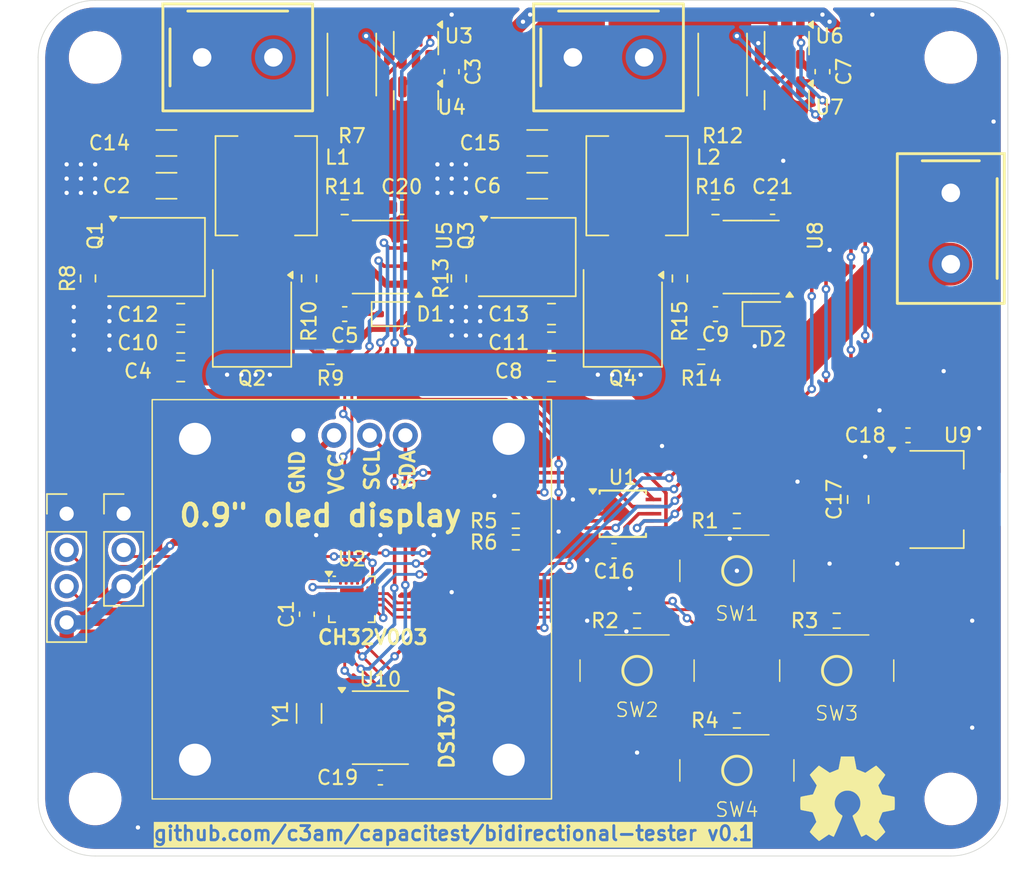
<source format=kicad_pcb>
(kicad_pcb (version 20241229) (generator "pcbnew") (generator_version "9.0")
  (layers (0 "F.Cu" signal) (2 "B.Cu" signal) (13 "F.Paste" user) (15 "B.Paste" user) (5 "F.SilkS" user "F.Silkscreen") (7 "B.SilkS" user "B.Silkscreen") (1 "F.Mask" user) (3 "B.Mask" user) (25 "Edge.Cuts" user))
  (net 0 "")
  (net 1 "+5V")
  (net 2 "GND")
  (net 3 "Net-(U3--)")
  (net 4 "/bat+")
  (net 5 "Net-(D1-K)")
  (net 6 "/bidirectional-buck-boost-1/mid")
  (net 7 "Net-(U6--)")
  (net 8 "Net-(D2-K)")
  (net 9 "/bidirectional-buck-boost-2/mid")
  (net 10 "/swio")
  (net 11 "/urx")
  (net 12 "/utx")
  (net 13 "/scl")
  (net 14 "/sda")
  (net 15 "/bidirectional-buck-boost-1/mos-L")
  (net 16 "/bidirectional-buck-boost-1/mos-H")
  (net 17 "/bidirectional-buck-boost-2/mos-L")
  (net 18 "/bidirectional-buck-boost-2/mos-H")
  (net 19 "/sw1")
  (net 20 "/sw2")
  (net 21 "/sw3")
  (net 22 "/sw4")
  (net 23 "/BATsense")
  (net 24 "Net-(U5-HO)")
  (net 25 "Net-(U5-LO)")
  (net 26 "Net-(U8-HO)")
  (net 27 "Net-(U8-LO)")
  (net 28 "/cell-1")
  (net 30 "/cell-2")
  (net 31 "/Isense1")
  (net 33 "/Isense2")
  (net 37 "Net-(U3-REF)")
  (net 38 "/L1")
  (net 39 "/H1")
  (net 40 "Net-(U6-REF)")
  (net 41 "/L2")
  (net 42 "/H2")
  (net 43 "/clk")
  (net 44 "Net-(U10-X2)")
  (net 45 "Net-(U10-X1)")
  (footprint "Capacitor_SMD:C_0805_2012Metric" (layer "F.Cu") (at 102 96 180)
    (property "Reference" "C8")
    (property "Value" "22u")
  )
  (footprint "Capacitor_SMD:C_0603_1608Metric" (layer "F.Cu") (at 121 75 90)
    (property "Reference" "C7")
    (property "Value" "10u")
  )
  (footprint "Resistor_SMD:R_0603_1608Metric" (layer "F.Cu") (at 85 89.5 90)
    (property "Reference" "R10")
    (property "Value" "100")
  )
  (footprint "Resistor_SMD:R_0603_1608Metric" (layer "F.Cu") (at 115 106.5 180)
    (property "Reference" "R1")
    (property "Value" "100k")
  )
  (footprint "Resistor_SMD:R_0603_1608Metric" (layer "F.Cu") (at 113.5 84.5)
    (property "Reference" "R16")
    (property "Value" "100")
  )
  (footprint "Capacitor_SMD:C_1206_3216Metric" (layer "F.Cu") (at 75 80 180)
    (property "Reference" "C14")
    (property "Value" "100u")
  )
  (footprint "Resistor_SMD:R_2512_6332Metric" (layer "F.Cu") (at 88 74.5 -90)
    (property "Reference" "R7")
    (property "Value" "10m")
  )
  (footprint "my-connectors:screw-terminal_5mm_x2" (layer "F.Cu") (at 80 74)
    (property "Reference" "J5" (hide yes))
    (property "Value" "Conn_01x02")
  )
  (footprint "modules:module-oled-0.9inch" (layer "F.Cu") (at 88 112)
    (property "Reference" "J4" (hide yes))
    (property "Value" "Conn_01x04")
  )
  (footprint "Resistor_SMD:R_0603_1608Metric" (layer "F.Cu") (at 122 113.5 180)
    (property "Reference" "R3")
    (property "Value" "100k")
  )
  (footprint "MountingHole:MountingHole_3.2mm_M3" (layer "F.Cu") (at 70 74)
    (property "Reference" "H1" (hide yes))
    (property "Value" "MountingHole")
  )
  (footprint "Capacitor_SMD:C_0603_1608Metric" (layer "F.Cu") (at 113.5 92 180)
    (property "Reference" "C9")
    (property "Value" "10u")
  )
  (footprint "Resistor_SMD:R_0603_1608Metric" (layer "F.Cu") (at 111 89.5 90)
    (property "Reference" "R15")
    (property "Value" "100")
  )
  (footprint "Resistor_SMD:R_2512_6332Metric" (layer "F.Cu") (at 114 74.5 -90)
    (property "Reference" "R12")
    (property "Value" "10m")
  )
  (footprint "Package_TO_SOT_SMD:SOT-23-6" (layer "F.Cu") (at 92.5 73 -90)
    (property "Reference" "U3")
    (property "Value" "INA181")
  )
  (footprint "Capacitor_SMD:C_1206_3216Metric" (layer "F.Cu") (at 101 80 180)
    (property "Reference" "C15")
    (property "Value" "100u")
  )
  (footprint "Connector_PinHeader_2.54mm:PinHeader_1x04_P2.54mm_Vertical" (layer "F.Cu") (at 68 106)
    (property "Reference" "J3" (hide yes))
    (property "Value" "Conn_01x04")
  )
  (footprint "Capacitor_SMD:C_0603_1608Metric" (layer "F.Cu") (at 84.845 113.045 90)
    (property "Reference" "C1")
    (property "Value" "10u")
  )
  (footprint "Package_TO_SOT_SMD:SOT-23" (layer "F.Cu") (at 118.5 77 -90)
    (property "Reference" "U7")
    (property "Value" "REF3020")
  )
  (footprint "Resistor_SMD:R_0603_1608Metric" (layer "F.Cu") (at 115 120.5 180)
    (property "Reference" "R4")
    (property "Value" "100k")
  )
  (footprint "my-connectors:screw-terminal_5mm_x2" (layer "F.Cu") (at 106 74)
    (property "Reference" "J6" (hide yes))
    (property "Value" "Conn_01x02")
  )
  (footprint "my-footprints:switch" (layer "F.Cu") (at 115 110)
    (property "Reference" "SW1")
    (property "Value" "SW_SPST")
  )
  (footprint "Capacitor_SMD:C_0805_2012Metric" (layer "F.Cu") (at 102 94 180)
    (property "Reference" "C11")
    (property "Value" "22u")
  )
  (footprint "Resistor_SMD:R_0603_1608Metric" (layer "F.Cu") (at 87.5 84.5)
    (property "Reference" "R11")
    (property "Value" "100")
  )
  (footprint "Resistor_SMD:R_0603_1608Metric" (layer "F.Cu") (at 112.5 95)
    (property "Reference" "R14")
    (property "Value" "100k")
  )
  (footprint "my-footprints:PQFN-8-EP_6x5mm_P1.27mm_Generic" (layer "F.Cu") (at 100 88)
    (property "Reference" "Q3")
    (property "Value" "Q_NMOS_SGD")
  )
  (footprint "my-footprints:PQFN-8-EP_6x5mm_P1.27mm_Generic" (layer "F.Cu") (at 74 88)
    (property "Reference" "Q1")
    (property "Value" "Q_NMOS_SGD")
  )
  (footprint "Capacitor_SMD:C_0805_2012Metric" (layer "F.Cu") (at 102 92 180)
    (property "Reference" "C13")
    (property "Value" "22u")
  )
  (footprint "Diode_SMD:D_SOD-323" (layer "F.Cu") (at 117 92)
    (property "Reference" "D2")
    (property "Value" "1N4148WS")
  )
  (footprint "Capacitor_SMD:C_0805_2012Metric" (layer "F.Cu") (at 123.5 105 90)
    (property "Reference" "C17")
    (property "Value" "10u")
  )
  (footprint "Capacitor_SMD:C_0805_2012Metric" (layer "F.Cu") (at 76 92 180)
    (property "Reference" "C12")
    (property "Value" "22u")
  )
  (footprint "Capacitor_SMD:C_0805_2012Metric" (layer "F.Cu") (at 76 96 180)
    (property "Reference" "C4")
    (property "Value" "22u")
  )
  (footprint "Resistor_SMD:R_0603_1608Metric" (layer "F.Cu") (at 108 113.5 180)
    (property "Reference" "R2")
    (property "Value" "100k")
  )
  (footprint "Capacitor_SMD:C_0805_2012Metric" (layer "F.Cu") (at 76 94 180)
    (property "Reference" "C10")
    (property "Value" "22u")
  )
  (footprint "MountingHole:MountingHole_3.2mm_M3" (layer "F.Cu") (at 130 74)
    (property "Reference" "H2" (hide yes))
    (property "Value" "MountingHole")
  )
  (footprint "Package_TO_SOT_SMD:SOT-223-3_TabPin2" (layer "F.Cu") (at 129 105)
    (property "Reference" "U9")
    (property "Value" "AMS1117-5.0")
  )
  (footprint "Capacitor_SMD:C_0603_1608Metric" (layer "F.Cu") (at 91.5 84.5)
    (property "Reference" "C20")
    (property "Value" "10u")
  )
  (footprint "Capacitor_SMD:C_0603_1608Metric" (layer "F.Cu") (at 106.385 108.605 180)
    (property "Reference" "C16")
    (property "Value" "10u")
  )
  (footprint "Resistor_SMD:R_0603_1608Metric" (layer "F.Cu") (at 69.5 89.5 90)
    (property "Reference" "R8")
    (property "Value" "100k")
  )
  (footprint "Package_TO_SOT_SMD:SOT-23" (layer "F.Cu") (at 92.5 77 -90)
    (property "Reference" "U4")
    (property "Value" "REF3020")
  )
  (footprint "MountingHole:MountingHole_3.2mm_M3" (layer "F.Cu") (at 70 126)
    (property "Reference" "H3" (hide yes))
    (property "Value" "MountingHole")
  )
  (footprint "Package_TO_SOT_SMD:SOT-23-6" (layer "F.Cu") (at 118.5 73 -90)
    (property "Reference" "U6")
    (property "Value" "INA181")
  )
  (footprint "Capacitor_SMD:C_1206_3216Metric" (layer "F.Cu") (at 101 83 180)
    (property "Reference" "C6")
    (property "Value" "100u")
  )
  (footprint "Capacitor_SMD:C_1206_3216Metric" (layer "F.Cu") (at 75 83 180)
    (property "Reference" "C2")
    (property "Value" "100u")
  )
  (footprint "my-footprints:PQFN-8-EP_6x5mm_P1.27mm_Generic" (layer "F.Cu") (at 81 92 -90)
    (property "Reference" "Q2")
    (property "Value" "Q_NMOS_SGD")
  )
  (footprint "Package_SO:SOIC-8_3.9x4.9mm_P1.27mm" (layer "F.Cu") (at 90 88 180)
    (property "Reference" "U5")
    (property "Value" "IR2101")
  )
  (footprint "my-footprints:PQFN-8-EP_6x5mm_P1.27mm_Generic" (layer "F.Cu") (at 107 92 -90)
    (property "Reference" "Q4")
    (property "Value" "Q_NMOS_SGD")
  )
  (footprint "my-connectors:screw-terminal_5mm_x2" (layer "F.Cu") (at 130 86 -90)
    (property "Reference" "J1" (hide yes))
    (property "Value" "Conn_01x02")
  )
  (footprint "Resistor_SMD:R_0603_1608Metric" (layer "F.Cu") (at 99.5 108.01)
    (property "Reference" "R6")
    (property "Value" "100k")
  )
  (footprint "Inductor_SMD:L_Changjiang_FXL0630" (layer "F.Cu") (at 82 83 -90)
    (property "Reference" "L1")
    (property "Value" "1u")
  )
  (footprint "Package_SO:SOIC-8_3.9x4.9mm_P1.27mm" (layer "F.Cu") (at 116 88 180)
    (property "Reference" "U8")
    (property "Value" "IR2101")
  )
  (footprint "my-footprints:switch" (layer "F.Cu") (at 122 117)
    (property "Reference" "SW3")
    (property "Value" "SW_SPST")
  )
  (footprint "Crystal:Crystal_SMD_3215-2Pin_3.2x1.5mm" (layer "F.Cu") (at 85 120 90)
    (property "Reference" "Y1")
    (property "Value" "Crystal")
  )
  (footprint "Inductor_SMD:L_Changjiang_FXL0630" (layer "F.Cu") (at 108 83 -90)
    (property "Reference" "L2")
    (property "Value" "1u")
  )
  (footprint "Symbol:OSHW-Symbol_6.7x6mm_SilkScreen" (layer "F.Cu") (at 122.75 126)
    (property "Reference" "REF**" (hide yes))
    (property "Value" "OSHW-Symbol_6.7x6mm_SilkScreen" (hide yes))
  )
  (footprint "Resistor_SMD:R_0603_1608Metric" (layer "F.Cu") (at 86.5 95)
    (property "Reference" "R9")
    (property "Value" "100k")
  )
  (footprint "MountingHole:MountingHole_3.2mm_M3" (layer "F.Cu") (at 130 126)
    (property "Reference" "H4" (hide yes))
    (property "Value" "MountingHole")
  )
  (footprint "Capacitor_SMD:C_0603_1608Metric" (layer "F.Cu") (at 117.5 84.5)
    (property "Reference" "C21")
    (property "Value" "10u")
  )
  (footprint "Resistor_SMD:R_0603_1608Metric" (layer "F.Cu") (at 99.5 106.5)
    (property "Reference" "R5")
    (property "Value" "300k")
  )
  (footprint "Diode_SMD:D_SOD-323" (layer "F.Cu") (at 91 92)
    (property "Reference" "D1")
    (property "Value" "1N4148WS")
  )
  (footprint "Resistor_SMD:R_0603_1608Metric" (layer "F.Cu") (at 95.5 89.5 90)
    (property "Reference" "R13")
    (property "Value" "100k")
  )
  (footprint "Package_SO:SOIC-8_3.9x4.9mm_P1.27mm" (layer "F.Cu") (at 90 121)
    (property "Reference" "U10")
    (property "Value" "DS1307Z+")
  )
  (footprint "Package_DFN_QFN:QFN-20-1EP_3x3mm_P0.4mm_EP1.65x1.65mm" (layer "F.Cu") (at 88 112)
    (property "Reference" "U2")
    (property "Value" "CH32V003FxUx")
  )
  (footprint "Capacitor_SMD:C_0603_1608Metric" (layer "F.Cu") (at 90 124.5 180)
    (property "Reference" "C19")
    (property "Value" "10u")
  )
  (footprint "Capacitor_SMD:C_0603_1608Metric" (layer "F.Cu") (at 127 100.5 180)
    (property "Reference" "C18")
    (property "Value" "10u")
  )
  (footprint "Package_SO:TSSOP-10_3x3mm_P0.5mm" (layer "F.Cu") (at 107 106)
    (property "Reference" "U1")
    (property "Value" "ADS1115IDGS")
  )
  (footprint "Capacitor_SMD:C_0603_1608Metric" (layer "F.Cu") (at 95 75 90)
    (property "Reference" "C3")
    (property "Value" "10u")
  )
  (footprint "my-footprints:switch" (layer "F.Cu") (at 115 124)
    (property "Reference" "SW4")
    (property "Value" "SW_SPST")
  )
  (footprint "my-footprints:switch" (layer "F.Cu") (at 108 117)
    (property "Reference" "SW2")
    (property "Value" "SW_SPST")
  )
  (footprint "Connector_PinHeader_2.54mm:PinHeader_1x03_P2.54mm_Vertical" (layer "F.Cu") (at 72 106)
    (property "Reference" "J2" (hide yes))
    (property "Value" "Conn_01x03")
  )
  (footprint "Capacitor_SMD:C_0603_1608Metric" (layer "F.Cu") (at 87.5 92 180)
    (property "Reference" "C5")
    (property "Value" "10u")
  )
  (gr_arc (start 134 126) (mid 132.828427 128.828427) (end 130 130) (stroke (width 0.05)) (layer "Edge.Cuts"))
  (gr_line (start 130 130) (end 70 130) (stroke (width 0.05)) (layer "Edge.Cuts"))
  (gr_line (start 130 70) (end 70 70) (stroke (width 0.05)) (layer "Edge.Cuts"))
  (gr_line (start 134 126) (end 134 74) (stroke (width 0.05)) (layer "Edge.Cuts"))
  (gr_arc (start 70 130) (mid 67.171573 128.828427) (end 66 126) (stroke (width 0.05)) (layer "Edge.Cuts"))
  (gr_arc (start 130 70) (mid 132.828427 71.171573) (end 134 74) (stroke (width 0.05)) (layer "Edge.Cuts"))
  (gr_arc (start 66 74) (mid 67.171573 71.171573) (end 70 70) (stroke (width 0.05)) (layer "Edge.Cuts"))
  (gr_line (start 66 74) (end 66 126) (stroke (width 0.05)) (layer "Edge.Cuts"))
  (gr_text "github.com/c3am/capacitest/bidirectional-tester v0.1" (at 74 129 0) (layer "F.SilkS" knockout) (effects (font (size 1 1) (thickness 0.2) (bold yes)) (justify left bottom)))
  (gr_text "CH32V003" (at 85.5 115.25 0) (layer "F.SilkS") (effects (font (size 1 1) (thickness 0.2) (bold yes)) (justify left bottom)))
  (gr_text "DS1307" (at 95.25 124 90) (layer "F.SilkS") (effects (font (size 1 1) (thickness 0.2) (bold yes)) (justify left bottom)))
  (segment (start 119.201 107.451) (end 117 105.25) (width 0.5) (layer "F.Cu") (net 1))
  (segment (start 125 118.5) (end 128 118.5) (width 0.5) (layer "F.Cu") (net 1))
  (segment (start 90.775 127.975) (end 90.75 128) (width 0.5) (layer "F.Cu") (net 1))
  (segment (start 128 120.75) (end 128 118.5) (width 1) (layer "F.Cu") (net 1))
  (segment (start 125.85 105) (end 128 105) (width 1) (layer "F.Cu") (net 1))
  (segment (start 93.45 74.1375) (end 93.45 74.225) (width 0.5) (layer "F.Cu") (net 1))
  (segment (start 121.225 75.775) (end 123.5 73.5) (width 0.5) (layer "F.Cu") (net 1))
  (segment (start 105 118.5) (end 105 128) (width 0.5) (layer "F.Cu") (net 1))
  (segment (start 132.201 82.201) (end 132.201 96.074) (width 1) (layer "F.Cu") (net 1))
  (segment (start 118 111.5) (end 128 111.5) (width 0.5) (layer "F.Cu") (net 1))
  (segment (start 94 120.0609) (end 94 123.2091) (width 0.5) (layer "F.Cu") (net 1))
  (segment (start 118 125.5) (end 118 128) (width 0.5) (layer "F.Cu") (net 1))
  (segment (start 92.7091 124.5) (end 90.775 124.5) (width 0.5) (layer "F.Cu") (net 1))
  (segment (start 127.775 104.775) (end 128 105) (width 1) (layer "F.Cu") (net 1))
  (segment (start 75.75 128) (end 90.75 128) (width 1) (layer "F.Cu") (net 1))
  (segment (start 68 113.62) (end 68 120.25) (width 1) (layer "F.Cu") (net 1))
  (segment (start 94 123.2091) (end 92.7091 124.5) (width 0.5) (layer "F.Cu") (net 1))
  (segment (start 128 105) (end 132.15 105) (width 1) (layer "F.Cu") (net 1))
  (segment (start 119.7375 75.775) (end 119.45 76.0625) (width 0.5) (layer "F.Cu") (net 1))
  (segment (start 84.645 113.62) (end 84.845 113.82) (width 0.5) (layer "F.Cu") (net 1))
  (segment (start 68 120.25) (end 75.75 128) (width 1) (layer "F.Cu") (net 1))
  (segment (start 75.25 108.25) (end 75.5 108) (width 0.5) (layer "F.Cu") (net 1))
  (segment (start 92.475 119.095) (end 93.0341 119.095) (width 0.5) (layer "F.Cu") (net 1))
  (segment (start 132.201 96.074) (end 127.775 100.5) (width 1) (layer "F.Cu") (net 1))
  (segment (start 100.5 71) (end 95.725 75.775) (width 1) (layer "F.Cu") (net 1))
  (segment (start 117 105.25) (end 112.477 105.25) (width 0.5) (layer "F.Cu") (net 1))
  (segment (start 112 111.5) (end 118 111.5) (width 0.5) (layer "F.Cu") (net 1))
  (segment (start 109.122 108.605) (end 107.16 108.605) (width 0.5) (layer "F.Cu") (net 1))
  (segment (start 120.75 128) (end 128 120.75) (width 1) (layer "F.Cu") (net 1))
  (segment (start 105 128) (end 118 128) (width 1) (layer "F.Cu") (net 1))
  (segment (start 93.0341 119.095) (end 94 120.0609) (width 0.5) (layer "F.Cu") (net 1))
  (segment (start 125 118.5) (end 119 118.5) (width 0.5) (layer "F.Cu") (net 1))
  (segment (start 90.75 128) (end 105 128) (width 1) (layer "F.Cu") (net 1))
  (segment (start 93.7375 75.775) (end 93.45 76.0625) (width 0.5) (layer "F.Cu") (net 1))
  (segment (start 95 75.775) (end 95.725 75.775) (width 1) (layer "F.Cu") (net 1))
  (segment (start 79.25 108) (end 86.75 100.5) (width 0.5) (layer "F.Cu") (net 1))
  (segment (start 93.45 74.225) (end 95 75.775) (width 0.5) (layer "F.Cu") (net 1))
  (segment (start 128 111.5) (end 128 105) (width 1) (layer "F.Cu") (net 1))
  (segment (start 90.775 124.5) (end 90.775 127.975) (width 0.5) (layer "F.Cu") (net 1))
  (segment (start 108.114702 106) (end 107.16 106.954702) (width 0.25) (layer "F.Cu") (net 1))
  (segment (start 123.5 73.5) (end 132.201 82.201) (width 1) (layer "F.Cu") (net 1))
  (segment (start 85.215 113.45) (end 84.845 113.82) (width 0.2) (layer "F.Cu") (net 1))
  (segment (start 118 128) (end 120.75 128) (width 1) (layer "F.Cu") (net 1))
  (segment (start 87.2 113.45) (end 85.215 113.45) (width 0.2) (layer "F.Cu") (net 1))
  (segment (start 107.16 106.954702) (end 107.16 108.605) (width 0.25) (layer "F.Cu") (net 1))
  (segment (start 121 75.775) (end 121.225 75.775) (width 0.5) (layer "F.Cu") (net 1))
  (segment (start 112 125.5) (end 118 125.5) (width 0.5) (layer "F.Cu") (net 1))
  (segment (start 121 75.775) (end 119.7375 75.775) (width 0.5) (layer "F.Cu") (net 1))
  (segment (start 112.477 105.25) (end 109.122 108.605) (width 0.5) (layer "F.Cu") (net 1))
  (segment (start 119.45 74.1375) (end 119.45 74.225) (width 0.5) (layer "F.Cu") (net 1))
  (segment (start 128 118.5) (end 128 111.5) (width 1) (layer "F.Cu") (net 1))
  (segment (start 119.201 111.5) (end 119.201 107.451) (width 0.5) (layer "F.Cu") (net 1))
  (segment (start 121 71) (end 123.5 73.5) (width 1) (layer "F.Cu") (net 1))
  (segment (start 127.775 100.5) (end 127.775 104.775) (width 1) (layer "F.Cu") (net 1))
  (segment (start 95 75.775) (end 93.7375 75.775) (width 0.5) (layer "F.Cu") (net 1))
  (segment (start 68 113.62) (end 84.645 113.62) (width 0.5) (layer "F.Cu") (net 1))
  (segment (start 75.5 108) (end 79.25 108) (width 0.5) (layer "F.Cu") (net 1))
  (segment (start 109.15 106) (end 108.114702 106) (width 0.25) (layer "F.Cu") (net 1))
  (segment (start 111 118.5) (end 105 118.5) (width 0.5) (layer "F.Cu") (net 1))
  (segment (start 119.45 74.225) (end 121 75.775) (width 0.5) (layer "F.Cu") (net 1))
  (via (at 121.5 71.5) (size 0.6) (drill 0.3) (layers "F.Cu" "B.Cu") (net 1))
  (via (at 75.25 108.25) (size 0.6) (drill 0.3) (layers "F.Cu" "B.Cu") (net 1))
  (via (at 100 71.5) (size 0.6) (drill 0.3) (layers "F.Cu" "B.Cu") (net 1))
  (via (at 100.5 71) (size 0.6) (drill 0.3) (layers "F.Cu" "B.Cu") (net 1))
  (via (at 121 71) (size 0.6) (drill 0.3) (layers "F.Cu" "B.Cu") (net 1))
  (segment (start 72.42 111.08) (end 72 111.08) (width 0.5) (layer "B.Cu") (net 1))
  (segment (start 100.5 71) (end 121 71) (width 1) (layer "B.Cu") (net 1))
  (segment (start 121.5 71.5) (end 121 71) (width 1) (layer "B.Cu") (net 1))
  (segment (start 100 71.5) (end 100.5 71) (width 1) (layer "B.Cu") (net 1))
  (segment (start 75.25 108.25) (end 72.42 111.08) (width 0.5) (layer "B.Cu") (net 1))
  (segment (start 68 113.62) (end 69.46 113.62) (width 1) (layer "B.Cu") (net 1))
  (segment (start 69.46 113.62) (end 72 111.08) (width 1) (layer "B.Cu") (net 1))
  (segment (start 87.6 112.4) (end 88 112) (width 0.2) (layer "F.Cu") (net 2))
  (segment (start 86.55 112.4) (end 87.6 112.4) (width 0.2) (layer "F.Cu") (net 2))
  (segment (start 84.975 112.4) (end 84.845 112.27) (width 0.2) (layer "F.Cu") (net 2))
  (segment (start 86.55 112.4) (end 84.975 112.4) (width 0.2) (layer "F.Cu") (net 2))
  (via (at 69 83.5) (size 0.6) (drill 0.3) (layers "F.Cu" "B.Cu") (net 2))
  (via (at 115 110) (size 0.6) (drill 0.3) (layers "F.Cu" "B.Cu") (net 2))
  (via (at 96 92.5) (size 0.6) (drill 0.3) (layers "F.Cu" "B.Cu") (net 2))
  (via (at 68.5 93.5) (size 0.6) (drill 0.3) (layers "F.Cu" "B.Cu") (net 2))
  (via (at 102.5 107.25) (size 0.6) (drill 0.3) (layers "F.Cu" "B.Cu") (net 2))
  (via (at 68.5 92.5) (size 0.6) (drill 0.3) (layers "F.Cu" "B.Cu") (net 2))
  (via (at 71 91.5) (size 0.6) (drill 0.3) (layers "F.Cu" "B.Cu") (net 2))
  (via (at 109.75 101.25) (size 0.6) (drill 0.3) (layers "F.Cu" "B.Cu") (net 2))
  (via (at 94 81.5) (size 0.6) (drill 0.3) (layers "F.Cu" "B.Cu") (net 2))
  (via (at 107.25 114.25) (size 0.6) (drill 0.3) (layers "F.Cu" "B.Cu") (net 2))
  (via (at 68.5 91.5) (size 0.6) (drill 0.3) (layers "F.Cu" "B.Cu") (net 2))
  (via (at 69 81.5) (size 0.6) (drill 0.3) (layers "F.Cu" "B.Cu") (net 2))
  (via (at 71 93.5) (size 0.6) (drill 0.3) (layers "F.Cu" "B.Cu") (net 2))
  (via (at 95 111.5) (size 0.6) (drill 0.3) (layers "F.Cu" "B.Cu") (net 2))
  (via (at 131.5 121) (size 0.6) (drill 0.3) (layers "F.Cu" "B.Cu") (net 2))
  (via (at 71 94.5) (size 0.6) (drill 0.3) (layers "F.Cu" "B.Cu") (net 2))
  (via (at 126.25 109.5) (size 0.6) (drill 0.3) (layers "F.Cu" "B.Cu") (net 2))
  (via (at 124 102) (size 0.6) (drill 0.3) (layers "F.Cu" "B.Cu") (net 2))
  (via (at 121.5 109.5) (size 0.6) (drill 0.3) (layers "F.Cu" "B.Cu") (net 2))
  (via (at 95 92.5) (size 0.6) (drill 0.3) (layers "F.Cu" "B.Cu") (net 2))
  (via (at 97 91.5) (size 0.6) (drill 0.3) (layers "F.Cu" "B.Cu") (net 2))
  (via (at 95 82.5) (size 0.6) (drill 0.3) (layers "F.Cu" "B.Cu") (net 2))
  (via (at 93.75 107.5) (size 0.6) (drill 0.3) (layers "F.Cu" "B.Cu") (net 2))
  (via (at 85.5 107.5) (size 0.6) (drill 0.3) (layers "F.Cu" "B.Cu") (net 2))
  (via (at 96 93.5) (size 0.6) (drill 0.3) (layers "F.Cu" "B.Cu") (net 2))
  (via (at 103.5 105) (size 0.6) (drill 0.3) (layers "F.Cu" "B.Cu") (net 2))
  (via (at 94 83.5) (size 0.6) (drill 0.3) (layers "F.Cu" "B.Cu") (net 2))
  (via (at 118.25 81.25) (size 0.6) (drill 0.3) (layers "F.Cu" "B.Cu") (net 2))
  (via (at 95 83.5) (size 0.6) (drill 0.3) (layers "F.Cu" "B.Cu") (net 2))
  (via (at 68 81.5) (size 0.6) (drill 0.3) (layers "F.Cu" "B.Cu") (net 2))
  (via (at 70 82.5) (size 0.6) (drill 0.3) (layers "F.Cu" "B.Cu") (net 2))
  (via (at 90 107.5) (size 0.6) (drill 0.3) (layers "F.Cu" "B.Cu") (net 2))
  (via (at 129.5 96) (size 0.6) (drill 0.3) (layers "F.Cu" "B.Cu") (net 2))
  (via (at 95 91.5) (size 0.6) (drill 0.3) (layers "F.Cu" "B.Cu") (net 2))
  (via (at 131.5 113.5) (size 0.6) (drill 0.3) (layers "F.Cu" "B.Cu") (net 2))
  (via (at 73 128) (size 0.6) (drill 0.3) (layers "F.Cu" "B.Cu") (net 2))
  (via (at 96 91.5) (size 0.6) (drill 0.3) (layers "F.Cu" "B.Cu") (net 2))
  (via (at 71 92.5) (size 0.6) (drill 0.3) (layers "F.Cu" "B.Cu") (net 2))
  (via (at 133 78.5) (size 0.6) (drill 0.3) (layers "F.Cu" "B.Cu") (net 2))
  (via (at 116.5 73) (size 0.6) (drill 0.3) (layers "F.Cu" "B.Cu") (net 2))
  (via (at 68 83.5) (size 0.6) (drill 0.3) (layers "F.Cu" "B.Cu") (net 2))
  (via (at 125 98.75) (size 0.6) (drill 0.3) (layers "F.Cu" "B.Cu") (net 2))
  (via (at 121.5 87.5) (size 0.6) (drill 0.3) (layers "F.Cu" "B.Cu") (net 2))
  (via (at 69 82.5) (size 0.6) (drill 0.3) (layers "F.Cu" "B.Cu") (net 2))
  (via (at 94 82.5) (size 0.6) (drill 0.3) (layers "F.Cu" "B.Cu") (net 2))
  (via (at 104.5 113.5) (size 0.6) (drill 0.3) (layers "F.Cu" "B.Cu") (net 2))
  (via (at 108 122.75) (size 0.6) (drill 0.3) (layers "F.Cu" "B.Cu") (net 2))
  (via (at 68.5 94.5) (size 0.6) (drill 0.3) (layers "F.Cu" "B.Cu") (net 2))
  (via (at 119.25 103.75) (size 0.6) (drill 0.3) (layers "F.Cu" "B.Cu") (net 2))
  (via (at 98 104.75) (size 0.6) (drill 0.3) (layers "F.Cu" "B.Cu") (net 2))
  (via (at 132 100) (size 0.6) (drill 0.3) (layers "F.Cu" "B.Cu") (net 2))
  (via (at 96 83.5) (size 0.6) (drill 0.3) (layers "F.Cu" "B.Cu") (net 2))
  (via (at 97 92.5) (size 0.6) (drill 0.3) (layers "F.Cu" "B.Cu") (net 2))
  (via (at 104.5 109.25) (size 0.6) (drill 0.3) (layers "F.Cu" "B.Cu") (net 2))
  (via (at 114.5 107.75) (size 0.6) (drill 0.3) (layers "F.Cu" "B.Cu") (net 2))
  (via (at 107.5 111.25) (size 0.6) (drill 0.3) (layers "F.Cu" "B.Cu") (net 2))
  (via (at 124.5 71) (size 0.6) (drill 0.3) (layers "F.Cu" "B.Cu") (net 2))
  (via (at 95 93.5) (size 0.6) (drill 0.3) (layers "F.Cu" "B.Cu") (net 2))
  (via (at 70 81.5) (size 0.6) (drill 0.3) (layers "F.Cu" "B.Cu") (net 2))
  (via (at 96 82.5) (size 0.6) (drill 0.3) (layers "F.Cu" "B.Cu") (net 2))
  (via (at 116.25 94.25) (size 0.6) (drill 0.3) (layers "F.Cu" "B.Cu") (net 2))
  (via (at 97 93.5) (size 0.6) (drill 0.3) (layers "F.Cu" "B.Cu") (net 2))
  (via (at 68 82.5) (size 0.6) (drill 0.3) (layers "F.Cu" "B.Cu") (net 2))
  (via (at 95 71) (size 0.6) (drill 0.3) (layers "F.Cu" "B.Cu") (net 2))
  (via (at 70 83.5) (size 0.6) (drill 0.3) (layers "F.Cu" "B.Cu") (net 2))
  (via (at 96 81.5) (size 0.6) (drill 0.3) (layers "F.Cu" "B.Cu") (net 2))
  (via (at 95 81.5) (size 0.6) (drill 0.3) (layers "F.Cu" "B.Cu") (net 2))
  (segment (start 91.55 74.1375) (end 88.225 77.4625) (width 0.25) (layer "F.Cu") (net 3))
  (segment (start 88.225 77.4625) (end 88 77.4625) (width 0.25) (layer "F.Cu") (net 3))
  (segment (start 100.675 104.5) (end 101.5 104.5) (width 0.25) (layer "F.Cu") (net 4))
  (segment (start 92.475 91.575) (end 92.05 92) (width 0.5) (layer "F.Cu") (net 4))
  (segment (start 87.325 95) (end 86.325 96) (width 0.5) (layer "F.Cu") (net 4))
  (segment (start 109.5 97.5) (end 113.5 97.5) (width 3) (layer "F.Cu") (net 4))
  (segment (start 121.95907 105.79093) (end 121.95907 99.20907) (width 1) (layer "F.Cu") (net 4))
  (segment (start 125.001 96.16714) (end 125.001 93.001) (width 1) (layer "F.Cu") (net 4))
  (segment (start 124.85 107.3) (end 125.85 107.3) (width 1) (layer "F.Cu") (net 4))
  (segment (start 113.325 97.325) (end 113.5 97.5) (width 0.5) (layer "F.Cu") (net 4))
  (segment (start 105.25 96.25) (end 108.25 96.25) (width 3) (layer "F.Cu") (net 4))
  (segment (start 125.001 93.001) (end 123.25 91.25) (width 1) (layer "F.Cu") (net 4))
  (segment (start 108.25 96.25) (end 109.5 97.5) (width 3) (layer "F.Cu") (net 4))
  (segment (start 118.05 92) (end 120.25 94.2) (width 0.5) (layer "F.Cu") (net 4))
  (segment (start 98.675 106.5) (end 100.675 104.5) (width 0.25) (layer "F.Cu") (net 4))
  (segment (start 90.405 89.905) (end 92.475 89.905) (width 0.5) (layer "F.Cu") (net 4))
  (segment (start 116.725 84.5) (end 116.725 89.129999) (width 0.5) (layer "F.Cu") (net 4))
  (segment (start 120.25 94.2) (end 120.25 94.25) (width 0.5) (layer "F.Cu") (net 4))
  (segment (start 118.475 89.905) (end 118.475 91.575) (width 0.5) (layer "F.Cu") (net 4))
  (segment (start 122.11814 105.95) (end 121.95907 105.79093) (width 1) (layer "F.Cu") (net 4))
  (segment (start 118.475 91.575) (end 118.05 92) (width 0.5) (layer "F.Cu") (net 4))
  (segment (start 123.25 91.25) (end 126 88.5) (width 3) (layer "F.Cu") (net 4))
  (segment (start 89 86.225) (end 89 88.5) (width 0.5) (layer "F.Cu") (net 4))
  (segment (start 92.475 89.905) (end 92.475 91.575) (width 0.5) (layer "F.Cu") (net 4))
  (segment (start 89 88.5) (end 90.405 89.905) (width 0.5) (layer "F.Cu") (net 4))
  (segment (start 91.05 93) (end 89.325 93) (width 0.5) (layer "F.Cu") (net 4))
  (segment (start 123.5 105.95) (end 124.85 107.3) (width 1) (layer "F.Cu") (net 4))
  (segment (start 120.25 94.25) (end 123.25 91.25) (width 3) (layer "F.Cu") (net 4))
  (segment (start 113.5 97.5) (end 117 97.5) (width 3) (layer "F.Cu") (net 4))
  (segment (start 86.325 96) (end 83.5 96) (width 0.5) (layer "F.Cu") (net 4))
  (segment (start 89.325 93) (end 87.325 95) (width 0.5) (layer "F.Cu") (net 4))
  (segment (start 123.5 105.95) (end 122.11814 105.95) (width 1) (layer "F.Cu") (net 4))
  (segment (start 116.725 89.129999) (end 117.500001 89.905) (width 0.5) (layer "F.Cu") (net 4))
  (segment (start 126 88.5) (end 130 88.5) (width 3) (layer "F.Cu") (net 4))
  (segment (start 121.95907 99.20907) (end 125.001 96.16714) (width 1) (layer "F.Cu") (net 4))
  (segment (start 90.725 84.5) (end 89 86.225) (width 0.5) (layer "F.Cu") (net 4))
  (segment (start 117 97.5) (end 120.25 94.25) (width 3) (layer "F.Cu") (net 4))
  (segment (start 113.325 95) (end 113.325 97.325) (width 0.5) (layer "F.Cu") (net 4))
  (segment (start 117.500001 89.905) (end 118.475 89.905) (width 0.5) (layer "F.Cu") (net 4))
  (segment (start 92.05 92) (end 91.05 93) (width 0.5) (layer "F.Cu") (net 4))
  (via (at 82.25 96.25) (size 0.6) (drill 0.3) (layers "F.Cu" "B.Cu") (net 4))
  (via (at 81.25 96.25) (size 0.6) (drill 0.3) (layers "F.Cu" "B.Cu") (net 4))
  (via (at 106.25 96.25) (size 0.6) (drill 0.3) (layers "F.Cu" "B.Cu") (net 4))
  (via (at 108.25 96.25) (size 0.6) (drill 0.3) (layers "F.Cu" "B.Cu") (net 4))
  (via (at 101.5 104.5) (size 0.6) (drill 0.3) (layers "F.Cu" "B.Cu") (net 4))
  (via (at 105.25 96.25) (size 0.6) (drill 0.3) (layers "F.Cu" "B.Cu") (net 4))
  (via (at 79.25 96.25) (size 0.6) (drill 0.3) (layers "F.Cu" "B.Cu") (net 4))
  (via (at 80.25 96.25) (size 0.6) (drill 0.3) (layers "F.Cu" "B.Cu") (net 4))
  (via (at 107.25 96.25) (size 0.6) (drill 0.3) (layers "F.Cu" "B.Cu") (net 4))
  (segment (start 101.5 96.25) (end 108.25 96.25) (width 3) (layer "B.Cu") (net 4))
  (segment (start 101.5 104.5) (end 101.5 96.25) (width 0.25) (layer "B.Cu") (net 4))
  (segment (start 79.25 96.25) (end 101.5 96.25) (width 3) (layer "B.Cu") (net 4))
  (segment (start 88.275 90.655) (end 87.525 89.905) (width 0.25) (layer "F.Cu") (net 5))
  (segment (start 89.95 92) (end 88.275 92) (width 0.25) (layer "F.Cu") (net 5))
  (segment (start 88.275 92) (end 88.275 90.655) (width 0.25) (layer "F.Cu") (net 5))
  (segment (start 86.725 92) (end 86.725 90.825582) (width 0.25) (layer "F.Cu") (net 6))
  (segment (start 86.725 90.825582) (end 85.399418 89.5) (width 0.25) (layer "F.Cu") (net 6))
  (segment (start 87.525 87.365) (end 84.365 87.365) (width 0.5) (layer "F.Cu") (net 6))
  (segment (start 85.399418 89.5) (end 85 89.5) (width 0.25) (layer "F.Cu") (net 6))
  (segment (start 117.55 74.1375) (end 114.225 77.4625) (width 0.25) (layer "F.Cu") (net 7))
  (segment (start 114.225 77.4625) (end 114 77.4625) (width 0.25) (layer "F.Cu") (net 7))
  (segment (start 115.95 92) (end 114.275 92) (width 0.25) (layer "F.Cu") (net 8))
  (segment (start 114.275 92) (end 114.275 90.655) (width 0.25) (layer "F.Cu") (net 8))
  (segment (start 114.275 90.655) (end 113.525 89.905) (width 0.25) (layer "F.Cu") (net 8))
  (segment (start 113.525 87.365) (end 111.135 87.365) (width 0.5) (layer "F.Cu") (net 9))
  (segment (start 112.725 90.825582) (end 111.399418 89.5) (width 0.25) (layer "F.Cu") (net 9))
  (segment (start 111.399418 89.5) (end 111 89.5) (width 0.25) (layer "F.Cu") (net 9))
  (segment (start 112.725 92) (end 112.725 90.825582) (width 0.25) (layer "F.Cu") (net 9))
  (segment (start 72.46 109) (end 72 108.54) (width 0.2) (layer "F.Cu") (net 10))
  (segment (start 86.75 109) (end 72.46 109) (width 0.2) (layer "F.Cu") (net 10))
  (segment (start 89.45 109.45) (end 89.45 111.2) (width 0.2) (layer "F.Cu") (net 10))
  (via (at 86.75 109) (size 0.6) (drill 0.3) (layers "F.Cu" "B.Cu") (net 10))
  (via (at 89.45 109.45) (size 0.6) (drill 0.3) (layers "F.Cu" "B.Cu") (net 10))
  (segment (start 89 109) (end 86.75 109) (width 0.2) (layer "B.Cu") (net 10))
  (segment (start 89.45 109.45) (end 89 109) (width 0.2) (layer "B.Cu") (net 10))
  (segment (start 74.95 110.55) (end 73.269 112.231) (width 0.2) (layer "F.Cu") (net 11))
  (segment (start 73.269 112.231) (end 69.151 112.231) (width 0.2) (layer "F.Cu") (net 11))
  (segment (start 69.151 112.231) (end 68 111.08) (width 0.2) (layer "F.Cu") (net 11))
  (segment (start 87.2 110.55) (end 74.95 110.55) (width 0.2) (layer "F.Cu") (net 11))
  (segment (start 87.6 109.85) (end 87.441 109.691) (width 0.2) (layer "F.Cu") (net 12))
  (segment (start 87.6 110.55) (end 87.6 109.85) (width 0.2) (layer "F.Cu") (net 12))
  (segment (start 87.441 109.691) (end 69.151 109.691) (width 0.2) (layer "F.Cu") (net 12))
  (segment (start 69.151 109.691) (end 68 108.54) (width 0.2) (layer "F.Cu") (net 12))
  (segment (start 92.128032 121.635) (end 92.475 121.635) (width 0.2) (layer "F.Cu") (net 13))
  (segment (start 91 102.25) (end 89.25 100.5) (width 0.25) (layer "F.Cu") (net 13))
  (segment (start 88.4 113.45) (end 88.4 114.8829) (width 0.2) (layer "F.Cu") (net 13))
  (segment (start 91 103.75) (end 91 102.25) (width 0.25) (layer "F.Cu") (net 13))
  (segment (start 93 103.125) (end 107.275 103.125) (width 0.25) (layer "F.Cu") (net 13))
  (segment (start 90.993869 111.206128) (end 91 111.199997) (width 0.25) (layer "F.Cu") (net 13))
  (segment (start 88.399 115.665775) (end 88.741612 116.008388) (width 0.2) (layer "F.Cu") (net 13))
  (segment (start 107.275 103.125) (end 109.15 105) (width 0.25) (layer "F.Cu") (net 13))
  (segment (start 88.4 114.8829) (end 88.399 114.8839) (width 0.2) (layer "F.Cu") (net 13))
  (segment (start 90.5 117.766775) (end 90.5 120.006968) (width 0.2) (layer "F.Cu") (net 13))
  (segment (start 90.5 120.006968) (end 92.128032 121.635) (width 0.2) (layer "F.Cu") (net 13))
  (segment (start 91 111.199997) (end 91 103.75) (width 0.25) (layer "F.Cu") (net 13))
  (segment (start 90.977008 111.206128) (end 90.993869 111.206128) (width 0.25) (layer "F.Cu") (net 13))
  (segment (start 88.741612 116.008388) (end 90.5 117.766775) (width 0.2) (layer "F.Cu") (net 13))
  (segment (start 88.399 114.8839) (end 88.399 115.665775) (width 0.2) (layer "F.Cu") (net 13))
  (via (at 91 103.75) (size 0.6) (drill 0.3) (layers "F.Cu" "B.Cu") (net 13))
  (via (at 88.741612 116.008388) (size 0.6) (drill 0.3) (layers "F.Cu" "B.Cu") (net 13))
  (via (at 93 103.125) (size 0.6) (drill 0.3) (layers "F.Cu" "B.Cu") (net 13))
  (via (at 90.977008 111.206128) (size 0.6) (drill 0.3) (layers "F.Cu" "B.Cu") (net 13))
  (segment (start 90.991051 113.758949) (end 88.741612 116.008388) (width 0.25) (layer "B.Cu") (net 13))
  (segment (start 92 103.75) (end 91 103.75) (width 0.25) (layer "B.Cu") (net 13))
  (segment (start 93 103.125) (end 92.625 103.125) (width 0.25) (layer "B.Cu") (net 13))
  (segment (start 90.991051 111.633949) (end 90.991051 113.758949) (width 0.25) (layer "B.Cu") (net 13))
  (segment (start 90.977008 111.619906) (end 90.991051 111.633949) (width 0.25) (layer "B.Cu") (net 13))
  (segment (start 90.977008 111.206128) (end 90.977008 111.619906) (width 0.25) (layer "B.Cu") (net 13))
  (segment (start 92.625 103.125) (end 92 103.75) (width 0.25) (layer "B.Cu") (net 13))
  (segment (start 90 118.25) (end 90 121.404999) (width 0.2) (layer "F.Cu") (net 14))
  (segment (start 91.75 103.75) (end 91.75 100.5) (width 0.25) (layer "F.Cu") (net 14))
  (segment (start 107.677 105.5) (end 105.927 103.75) (width 0.25) (layer "F.Cu") (net 14))
  (segment (start 90 121.404999) (end 91.500001 122.905) (width 0.2) (layer "F.Cu") (net 14))
  (segment (start 87.998 114.252) (end 87.998 116.248) (width 0.2) (layer "F.Cu") (net 14))
  (segment (start 109.15 105.5) (end 107.677 105.5) (width 0.25) (layer "F.Cu") (net 14))
  (segment (start 91.75 111) (end 91.75 103.75) (width 0.25) (layer "F.Cu") (net 14))
  (segment (start 105.927 103.75) (end 91.75 103.75) (width 0.25) (layer "F.Cu") (net 14))
  (segment (start 91.500001 122.905) (end 92.475 122.905) (width 0.2) (layer "F.Cu") (net 14))
  (segment (start 88 114.25) (end 87.998 114.252) (width 0.2) (layer "F.Cu") (net 14))
  (segment (start 87.998 116.248) (end 88.625 116.875) (width 0.2) (layer "F.Cu") (net 14))
  (segment (start 88 113.45) (end 88 114.25) (width 0.2) (layer "F.Cu") (net 14))
  (segment (start 88.625 116.875) (end 90 118.25) (width 0.2) (layer "F.Cu") (net 14))
  (via (at 91.75 111) (size 0.6) (drill 0.3) (layers "F.Cu" "B.Cu") (net 14))
  (via (at 88.625 116.875) (size 0.6) (drill 0.3) (layers "F.Cu" "B.Cu") (net 14))
  (segment (start 91.75 114.337107) (end 89.212107 116.875) (width 0.25) (layer "B.Cu") (net 14))
  (segment (start 89.212107 116.875) (end 88.625 116.875) (width 0.25) (layer "B.Cu") (net 14))
  (segment (start 91.75 111) (end 91.75 114.337107) (width 0.25) (layer "B.Cu") (net 14))
  (segment (start 71.85 89.905) (end 72.569 89.186) (width 0.25) (layer "F.Cu") (net 15))
  (segment (start 72.569 89.186) (end 72.569 85.762894) (width 0.25) (layer "F.Cu") (net 15))
  (segment (start 69.5 90.325) (end 70.855 90.325) (width 0.25) (layer "F.Cu") (net 15))
  (segment (start 71.275 89.905) (end 71.85 89.905) (width 0.25) (layer "F.Cu") (net 15))
  (segment (start 72.569 85.762894) (end 73.831894 84.5) (width 0.25) (layer "F.Cu") (net 15))
  (segment (start 73.831894 84.5) (end 86.675 84.5) (width 0.25) (layer "F.Cu") (net 15))
  (segment (start 70.855 90.325) (end 71.275 89.905) (width 0.25) (layer "F.Cu") (net 15))
  (segment (start 79.5 90.325) (end 79.095 89.92) (width 0.25) (layer "F.Cu") (net 16))
  (segment (start 79.5 90.325) (end 85 90.325) (width 0.25) (layer "F.Cu") (net 16))
  (segment (start 79.095 89.92) (end 79.095 89.275) (width 0.25) (layer "F.Cu") (net 16))
  (segment (start 85 90.325) (end 85 94.325) (width 0.25) (layer "F.Cu") (net 16))
  (segment (start 85 94.325) (end 85.675 95) (width 0.25) (layer "F.Cu") (net 16))
  (segment (start 98.176 85.824) (end 98.176 89.579) (width 0.25) (layer "F.Cu") (net 17))
  (segment (start 95.5 90.325) (end 96.855 90.325) (width 0.25) (layer "F.Cu") (net 17))
  (segment (start 96.855 90.325) (end 97.275 89.905) (width 0.25) (layer "F.Cu") (net 17))
  (segment (start 97.85 89.905) (end 97.275 89.905) (width 0.25) (layer "F.Cu") (net 17))
  (segment (start 99.5 84.5) (end 98.176 85.824) (width 0.25) (layer "F.Cu") (net 17))
  (segment (start 98.176 89.579) (end 97.85 89.905) (width 0.25) (layer "F.Cu") (net 17))
  (segment (start 112.675 84.5) (end 99.5 84.5) (width 0.25) (layer "F.Cu") (net 17))
  (segment (start 105.095 89.85) (end 105.095 89.275) (width 0.25) (layer "F.Cu") (net 18))
  (segment (start 111 94.325) (end 111 90.325) (width 0.25) (layer "F.Cu") (net 18))
  (segment (start 111.675 95) (end 111 94.325) (width 0.25) (layer "F.Cu") (net 18))
  (segment (start 111 90.325) (end 105.57 90.325) (width 0.25) (layer "F.Cu") (net 18))
  (segment (start 105.57 90.325) (end 105.095 89.85) (width 0.25) (layer "F.Cu") (net 18))
  (segment (start 92.75 110.25) (end 110.25 110.25) (width 0.2) (layer "F.Cu") (net 19))
  (segment (start 89.70147 112.8) (end 90.200735 113.299265) (width 0.2) (layer "F.Cu") (net 19))
  (segment (start 89.45 112.8) (end 89.70147 112.8) (width 0.2) (layer "F.Cu") (net 19))
  (segment (start 115.825 108.325) (end 116 108.5) (width 0.5) (layer "F.Cu") (net 19))
  (segment (start 112 108.5) (end 116 108.5) (width 0.5) (layer "F.Cu") (net 19))
  (segment (start 116 108.5) (end 118 108.5) (width 0.5) (layer "F.Cu") (net 19))
  (segment (start 110.25 110.25) (end 112 108.5) (width 0.2) (layer "F.Cu") (net 19))
  (segment (start 115.825 106.5) (end 115.825 108.325) (width 0.5) (layer "F.Cu") (net 19))
  (via (at 92.75 110.25) (size 0.6) (drill 0.3) (layers "F.Cu" "B.Cu") (net 19))
  (via (at 90.200735 113.299265) (size 0.6) (drill 0.3) (layers "F.Cu" "B.Cu") (net 19))
  (segment (start 90.200735 113.299265) (end 90.200735 111.132458) (width 0.2) (layer "B.Cu") (net 19))
  (segment (start 91.083193 110.25) (end 92.75 110.25) (width 0.2) (layer "B.Cu") (net 19))
  (segment (start 90.200735 111.132458) (end 91.083193 110.25) (width 0.2) (layer "B.Cu") (net 19))
  (segment (start 89.45 112.4) (end 90.15 112.4) (width 0.2) (layer "F.Cu") (net 20))
  (segment (start 108.825 113.5) (end 108.825 115.325) (width 0.5) (layer "F.Cu") (net 20))
  (segment (start 109 115.5) (end 111 115.5) (width 0.5) (layer "F.Cu") (net 20))
  (segment (start 108.825 115.325) (end 109 115.5) (width 0.5) (layer "F.Cu") (net 20))
  (segment (start 105 115.5) (end 109 115.5) (width 0.5) (layer "F.Cu") (net 20))
  (segment (start 102.75 113.25) (end 105 115.5) (width 0.2) (layer "F.Cu") (net 20))
  (segment (start 91 113.25) (end 102.75 113.25) (width 0.2) (layer "F.Cu") (net 20))
  (segment (start 90.15 112.4) (end 91 113.25) (width 0.2) (layer "F.Cu") (net 20))
  (segment (start 119 115.5) (end 123 115.5) (width 0.5) (layer "F.Cu") (net 21))
  (segment (start 89.45 112) (end 90.3171 112) (width 0.2) (layer "F.Cu") (net 21))
  (segment (start 122.825 115.325) (end 123 115.5) (width 0.5) (layer "F.Cu") (net 21))
  (segment (start 122.825 113.5) (end 122.825 115.325) (width 0.5) (layer "F.Cu") (net 21))
  (segment (start 91.0411 112.724) (end 116.224 112.724) (width 0.2) (layer "F.Cu") (net 21))
  (segment (start 90.3171 112) (end 91.0411 112.724) (width 0.2) (layer "F.Cu") (net 21))
  (segment (start 116.224 112.724) (end 119 115.5) (width 0.2) (layer "F.Cu") (net 21))
  (segment (start 123 115.5) (end 125 115.5) (width 0.5) (layer "F.Cu") (net 21))
  (segment (start 112 122.5) (end 116 122.5) (width 0.5) (layer "F.Cu") (net 22))
  (segment (start 111.574 113.324) (end 115.825 117.575) (width 0.2) (layer "F.Cu") (net 22))
  (segment (start 91.170937 112.25) (end 90.520937 111.6) (width 0.2) (layer "F.Cu") (net 22))
  (segment (start 110.495366 112.124) (end 110.369366 112.25) (width 0.2) (layer "F.Cu") (net 22))
  (segment (start 115.825 117.575) (end 115.825 120.5) (width 0.2) (layer "F.Cu") (net 22))
  (segment (start 115.825 120.5) (end 115.825 122.325) (width 0.5) (layer "F.Cu") (net 22))
  (segment (start 115.825 122.325) (end 116 122.5) (width 0.5) (layer "F.Cu") (net 22))
  (segment (start 90.520937 111.6) (end 89.45 111.6) (width 0.2) (layer "F.Cu") (net 22))
  (segment (start 111.5 113.324) (end 111.574 113.324) (width 0.2) (layer "F.Cu") (net 22))
  (segment (start 116 122.5) (end 118 122.5) (width 0.5) (layer "F.Cu") (net 22))
  (segment (start 110.369366 112.25) (end 91.170937 112.25) (width 0.2) (layer "F.Cu") (net 22))
  (via (at 111.5 113.324) (size 0.6) (drill 0.3) (layers "F.Cu" "B.Cu") (net 22))
  (via (at 110.495366 112.124) (size 0.6) (drill 0.3) (layers "F.Cu" "B.Cu") (net 22))
  (segment (start 111.5 113.25) (end 110.495366 112.245366) (width 0.2) (layer "B.Cu") (net 22))
  (segment (start 110.495366 112.245366) (end 110.495366 112.124) (width 0.2) (layer "B.Cu") (net 22))
  (segment (start 111.5 113.324) (end 111.5 113.25) (width 0.2) (layer "B.Cu") (net 22))
  (segment (start 97.92721 108.75) (end 97.931105 108.753895) (width 0.2) (layer "F.Cu") (net 23))
  (segment (start 100.185 106.5) (end 98.675 108.01) (width 0.25) (layer "F.Cu") (net 23))
  (segment (start 89.2849 108.75) (end 88.8 109.2349) (width 0.2) (layer "F.Cu") (net 23))
  (segment (start 93 108.75) (end 97.92721 108.75) (width 0.25) (layer "F.Cu") (net 23))
  (segment (start 100.325 106.5) (end 100.185 106.5) (width 0.2) (layer "F.Cu") (net 23))
  (segment (start 97.931105 108.753895) (end 98.675 108.01) (width 0.25) (layer "F.Cu") (net 23))
  (segment (start 90.375 108.75) (end 89.2849 108.75) (width 0.2) (layer "F.Cu") (net 23))
  (segment (start 88.8 109.2349) (end 88.8 110.55) (width 0.2) (layer "F.Cu") (net 23))
  (via (at 90.375 108.75) (size 0.6) (drill 0.3) (layers "F.Cu" "B.Cu") (net 23))
  (via (at 93 108.75) (size 0.6) (drill 0.3) (layers "F.Cu" "B.Cu") (net 23))
  (segment (start 90.375 108.75) (end 93 108.75) (width 0.25) (layer "B.Cu") (net 23))
  (segment (start 87.485 88.675) (end 87.525 88.635) (width 0.25) (layer "F.Cu") (net 24))
  (segment (start 85 88.675) (end 87.485 88.675) (width 0.25) (layer "F.Cu") (net 24))
  (segment (start 88.325 85.295) (end 87.525 86.095) (width 0.25) (layer "F.Cu") (net 25))
  (segment (start 88.325 84.5) (end 88.325 85.295) (width 0.25) (layer "F.Cu") (net 25))
  (segment (start 111.04 88.635) (end 111 88.675) (width 0.25) (layer "F.Cu") (net 26))
  (segment (start 113.525 88.635) (end 111.04 88.635) (width 0.25) (layer "F.Cu") (net 26))
  (segment (start 114.325 84.5) (end 114.325 85.295) (width 0.25) (layer "F.Cu") (net 27))
  (segment (start 114.325 85.295) (end 113.525 86.095) (width 0.25) (layer "F.Cu") (net 27))
  (segment (start 99.039461 97.5) (end 102.5 100.960539) (width 0.25) (layer "F.Cu") (net 28))
  (segment (start 102.5 105.25) (end 103.75 106.5) (width 0.25) (layer "F.Cu") (net 28))
  (segment (start 93 97.5) (end 99.039461 97.5) (width 0.25) (layer "F.Cu") (net 28))
  (segment (start 102.5 104.5) (end 102.5 105.25) (width 0.25) (layer "F.Cu") (net 28))
  (segment (start 91 94) (end 91 95.5) (width 0.25) (layer "F.Cu") (net 28))
  (segment (start 103.75 106.5) (end 104.85 106.5) (width 0.25) (layer "F.Cu") (net 28))
  (segment (start 102.5 100.960539) (end 102.5 102.5) (width 0.25) (layer "F.Cu") (net 28))
  (segment (start 91.225 71.5375) (end 88 71.5375) (width 0.25) (layer "F.Cu") (net 28))
  (segment (start 91 95.5) (end 93 97.5) (width 0.25) (layer "F.Cu") (net 28))
  (segment (start 91.55 71.8625) (end 91.225 71.5375) (width 0.25) (layer "F.Cu") (net 28))
  (via (at 102.5 104.5) (size 0.6) (drill 0.3) (layers "F.Cu" "B.Cu") (net 28))
  (via (at 91 94) (size 0.6) (drill 0.3) (layers "F.Cu" "B.Cu") (net 28))
  (via (at 102.5 102.5) (size 0.6) (drill 0.3) (layers "F.Cu" "B.Cu") (net 28))
  (via (at 89 72.5) (size 0.6) (drill 0.3) (layers "F.Cu" "B.Cu") (net 28))
  (segment (start 102.5 104.5) (end 102.5 102.5) (width 0.25) (layer "B.Cu") (net 28))
  (segment (start 91 74.5) (end 89 72.5) (width 0.25) (layer "B.Cu") (net 28))
  (segment (start 91 94) (end 91 74.5) (width 0.25) (layer "B.Cu") (net 28))
  (segment (start 123 96.25) (end 123 94.5) (width 0.25) (layer "F.Cu") (net 30))
  (segment (start 115.201 104.049) (end 123 96.25) (width 0.25) (layer "F.Cu") (net 30))
  (segment (start 110.650999 105.090117) (end 111.692116 104.049) (width 0.25) (layer "F.Cu") (net 30))
  (segment (start 111.692116 104.049) (end 115.201 104.049) (width 0.25) (layer "F.Cu") (net 30))
  (segment (start 120.5 78) (end 123 80.5) (width 0.25) (layer "F.Cu") (net 30))
  (segment (start 123 80.5) (end 123 88) (width 0.25) (layer "F.Cu") (net 30))
  (segment (start 106.5 107) (end 104.85 107) (width 0.25) (layer "F.Cu") (net 30))
  (segment (start 117.225 71.5375) (end 114 71.5375) (width 0.25) (layer "F.Cu") (net 30))
  (segment (start 117.55 71.8625) (end 117.225 71.5375) (width 0.25) (layer "F.Cu") (net 30))
  (via (at 110.650999 105.090117) (size 0.6) (drill 0.3) (layers "F.Cu" "B.Cu") (net 30))
  (via (at 123 94.5) (size 0.6) (drill 0.3) (layers "F.Cu" "B.Cu") (net 30))
  (via (at 106.5 107) (size 0.6) (drill 0.3) (layers "F.Cu" "B.Cu") (net 30))
  (via (at 120.5 78) (size 0.6) (drill 0.3) (layers "F.Cu" "B.Cu") (net 30))
  (via (at 115 72.5) (size 0.6) (drill 0.3) (layers "F.Cu" "B.Cu") (net 30))
  (via (at 123 88) (size 0.6) (drill 0.3) (layers "F.Cu" "B.Cu") (net 30))
  (segment (start 110.241116 105.5) (end 108 105.5) (width 0.25) (layer "B.Cu") (net 30))
  (segment (start 108 105.5) (end 106.5 107) (width 0.25) (layer "B.Cu") (net 30))
  (segment (start 123 88) (end 123 94.5) (width 0.25) (layer "B.Cu") (net 30))
  (segment (start 110.650999 105.090117) (end 110.241116 105.5) (width 0.25) (layer "B.Cu") (net 30))
  (segment (start 115 72.5) (end 120.5 78) (width 0.25) (layer "B.Cu") (net 30))
  (segment (start 93.45 71.8625) (end 93.45 72.927661) (width 0.25) (layer "F.Cu") (net 31))
  (segment (start 110.026 104.549) (end 110.026 106.886412) (width 0.25) (layer "F.Cu") (net 31))
  (segment (start 93.45 72.927661) (end 93.497339 72.975) (width 0.25) (layer "F.Cu") (net 31))
  (segment (start 99.251743 97) (end 104.751743 102.5) (width 0.25) (layer "F.Cu") (net 31))
  (segment (start 93.5 97) (end 99.251743 97) (width 0.25) (layer "F.Cu") (net 31))
  (segment (start 110 104.549) (end 110.026 104.549) (width 0.25) (layer "F.Cu") (net 31))
  (segment (start 109.912412 107) (end 109.15 107) (width 0.25) (layer "F.Cu") (net 31))
  (segment (start 92 95.5) (end 93.5 97) (width 0.25) (layer "F.Cu") (net 31))
  (segment (start 110.026 106.886412) (end 109.912412 107) (width 0.25) (layer "F.Cu") (net 31))
  (segment (start 107.9885 102.5) (end 110 104.5115) (width 0.25) (layer "F.Cu") (net 31))
  (segment (start 92 94) (end 92 95.5) (width 0.25) (layer "F.Cu") (net 31))
  (segment (start 110 104.5115) (end 110 104.549) (width 0.25) (layer "F.Cu") (net 31))
  (segment (start 104.751743 102.5) (end 107.9885 102.5) (width 0.25) (layer "F.Cu") (net 31))
  (via (at 93.497339 72.975) (size 0.6) (drill 0.3) (layers "F.Cu" "B.Cu") (net 31))
  (via (at 92 94) (size 0.6) (drill 0.3) (layers "F.Cu" "B.Cu") (net 31))
  (segment (start 91.5 74.972339) (end 93.497339 72.975) (width 0.25) (layer "B.Cu") (net 31))
  (segment (start 91.5 93.5) (end 91.5 74.972339) (width 0.25) (layer "B.Cu") (net 31))
  (segment (start 92 94) (end 91.5 93.5) (width 0.25) (layer "B.Cu") (net 31))
  (segment (start 124 80) (end 124 87.5) (width 0.25) (layer "F.Cu") (net 33))
  (segment (start 119.45 71.8625) (end 119.45 72.927661) (width 0.25) (layer "F.Cu") (net 33))
  (segment (start 115.5 104.5) (end 124 96) (width 0.25) (layer "F.Cu") (net 33))
  (segment (start 119.45 72.927661) (end 119.497339 72.975) (width 0.25) (layer "F.Cu") (net 33))
  (segment (start 124 96) (end 124 93.5) (width 0.25) (layer "F.Cu") (net 33))
  (segment (start 108.5 106.5) (end 109.15 106.5) (width 0.25) (layer "F.Cu") (net 33))
  (segment (start 121 77) (end 124 80) (width 0.25) (layer "F.Cu") (net 33))
  (segment (start 110.651 105.974) (end 112.125 104.5) (width 0.25) (layer "F.Cu") (net 33))
  (segment (start 110.651 106.015341) (end 110.651 105.974) (width 0.25) (layer "F.Cu") (net 33))
  (segment (start 108 107) (end 108.5 106.5) (width 0.25) (layer "F.Cu") (net 33))
  (segment (start 112.125 104.5) (end 115.5 104.5) (width 0.25) (layer "F.Cu") (net 33))
  (via (at 119.497339 72.975) (size 0.6) (drill 0.3) (layers "F.Cu" "B.Cu") (net 33))
  (via (at 108 107) (size 0.6) (drill 0.3) (layers "F.Cu" "B.Cu") (net 33))
  (via (at 121 77) (size 0.6) (drill 0.3) (layers "F.Cu" "B.Cu") (net 33))
  (via (at 110.651 106.015341) (size 0.6) (drill 0.3) (layers "F.Cu" "B.Cu") (net 33))
  (via (at 124 87.5) (size 0.6) (drill 0.3) (layers "F.Cu" "B.Cu") (net 33))
  (via (at 124 93.5) (size 0.6) (drill 0.3) (layers "F.Cu" "B.Cu") (net 33))
  (segment (start 110.125 106.5) (end 110.609659 106.015341) (width 0.25) (layer "B.Cu") (net 33))
  (segment (start 124 87.5) (end 124 93.5) (width 0.25) (layer "B.Cu") (net 33))
  (segment (start 108 107) (end 108.5 106.5) (width 0.25) (layer "B.Cu") (net 33))
  (segment (start 119.497339 72.975) (end 119.497339 75.497339) (width 0.25) (layer "B.Cu") (net 33))
  (segment (start 119.497339 75.497339) (end 121 77) (width 0.25) (layer "B.Cu") (net 33))
  (segment (start 108.5 106.5) (end 110.125 106.5) (width 0.25) (layer "B.Cu") (net 33))
  (segment (start 110.609659 106.015341) (end 110.651 106.015341) (width 0.25) (layer "B.Cu") (net 33))
  (segment (start 92.5 74.1375) (end 92.5 75.1125) (width 0.25) (layer "F.Cu") (net 37))
  (segment (start 92.5 75.1125) (end 91.55 76.0625) (width 0.25) (layer "F.Cu") (net 37))
  (segment (start 90.615 87.365) (end 90.25 87) (width 0.25) (layer "F.Cu") (net 38))
  (segment (start 88 96.5) (end 90 94.5) (width 0.2) (layer "F.Cu") (net 38))
  (segment (start 90 94.5) (end 90 94) (width 0.2) (layer "F.Cu") (net 38))
  (segment (start 88.4 109.4) (end 88 109) (width 0.2) (layer "F.Cu") (net 38))
  (segment (start 88.4 110.55) (end 88.4 109.4) (width 0.2) (layer "F.Cu") (net 38))
  (segment (start 92.475 87.365) (end 90.615 87.365) (width 0.25) (layer "F.Cu") (net 38))
  (segment (start 88 109) (end 88 96.5) (width 0.2) (layer "F.Cu") (net 38))
  (via (at 90 94) (size 0.6) (drill 0.3) (layers "F.Cu" "B.Cu") (net 38))
  (via (at 90.25 87) (size 0.6) (drill 0.3) (layers "F.Cu" "B.Cu") (net 38))
  (segment (start 90.5 93.5) (end 90 94) (width 0.25) (layer "B.Cu") (net 38))
  (segment (start 90.5 87.25) (end 90.5 91) (width 0.25) (layer "B.Cu") (net 38))
  (segment (start 90.5 91) (end 90.5 93.5) (width 0.25) (layer "B.Cu") (net 38))
  (segment (start 90.25 87) (end 90.5 87.25) (width 0.25) (layer "B.Cu") (net 38))
  (segment (start 87.5 102.1) (end 87.4 102) (width 0.2) (layer "F.Cu") (net 39))
  (segment (start 90.26 88.635) (end 89.875 88.25) (width 0.25) (layer "F.Cu") (net 39))
  (segment (start 87.4 99) (end 87.5 98.9) (width 0.2) (layer "F.Cu") (net 39))
  (segment (start 89.240064 94.516968) (end 89.240064 94.25) (width 0.2) (layer "F.Cu") (net 39))
  (segment (start 87.5 98.9) (end 87.5 96.257032) (width 0.2) (layer "F.Cu") (net 39))
  (segment (start 88 109.6829) (end 88 110.55) (width 0.2) (layer "F.Cu") (net 39))
  (segment (start 87.5 96.257032) (end 89.240064 94.516968) (width 0.2) (layer "F.Cu") (net 39))
  (segment (start 87.5 103.206557) (end 87.5 102.1) (width 0.2) (layer "F.Cu") (net 39))
  (segment (start 92.475 88.635) (end 90.26 88.635) (width 0.25) (layer "F.Cu") (net 39))
  (segment (start 87.5 109.1829) (end 88 109.6829) (width 0.2) (layer "F.Cu") (net 39))
  (segment (start 87.5 103.206557) (end 87.5 109.1829) (width 0.2) (layer "F.Cu") (net 39))
  (via (at 89.240064 94.25) (size 0.6) (drill 0.3) (layers "F.Cu" "B.Cu") (net 39))
  (via (at 87.4 102) (size 0.6) (drill 0.3) (layers "F.Cu" "B.Cu") (net 39))
  (via (at 89.875 88.25) (size 0.6) (drill 0.3) (layers "F.Cu" "B.Cu") (net 39))
  (via (at 87.4 99) (size 0.6) (drill 0.3) (layers "F.Cu" "B.Cu") (net 39))
  (segment (start 88 99.6) (end 87.4 99) (width 0.2) (layer "B.Cu") (net 39))
  (segment (start 90 91.75) (end 89.240064 92.509936) (width 0.25) (layer "B.Cu") (net 39))
  (segment (start 89.240064 92.509936) (end 89.240064 94.25) (width 0.25) (layer "B.Cu") (net 39))
  (segment (start 90 88.375) (end 90 91.75) (width 0.25) (layer "B.Cu") (net 39))
  (segment (start 89.875 88.25) (end 90 88.375) (width 0.25) (layer "B.Cu") (net 39))
  (segment (start 88 101.4) (end 88 99.6) (width 0.2) (layer "B.Cu") (net 39))
  (segment (start 87.4 102) (end 88 101.4) (width 0.2) (layer "B.Cu") (net 39))
  (segment (start 118.5 75.1125) (end 117.55 76.0625) (width 0.25) (layer "F.Cu") (net 40))
  (segment (start 118.5 74.1375) (end 118.5 75.1125) (width 0.25) (layer "F.Cu") (net 40))
  (segment (start 110.585922 104.271309) (end 111.259231 103.598) (width 0.25) (layer "F.Cu") (net 41))
  (segment (start 85.25 111.15) (end 86.5 111.15) (width 0.2) (layer "F.Cu") (net 41))
  (segment (start 114.787298 103.598) (end 121.25 97.135298) (width 0.25) (layer "F.Cu") (net 41))
  (segment (start 86.5 111.15) (end 86.55 111.2) (width 0.2) (layer "F.Cu") (net 41))
  (segment (start 111.259231 103.598) (end 114.787298 103.598) (width 0.25) (layer "F.Cu") (net 41))
  (segment (start 103.25 109.65) (end 103.091051 109.491051) (width 0.2) (layer "F.Cu") (net 41))
  (segment (start 103.091051 109.491051) (end 92.497017 109.491051) (width 0.2) (layer "F.Cu") (net 41))
  (segment (start 118.475 87.365) (end 119.449999 87.365) (width 0.25) (layer "F.Cu") (net 41))
  (segment (start 121.25 97.135298) (end 121.25 96.25) (width 0.25) (layer "F.Cu") (net 41))
  (segment (start 121.25 89.165001) (end 121.25 90.25) (width 0.25) (layer "F.Cu") (net 41))
  (segment (start 119.449999 87.365) (end 121.25 89.165001) (width 0.25) (layer "F.Cu") (net 41))
  (via (at 121.25 90.25) (size 0.6) (drill 0.3) (layers "F.Cu" "B.Cu") (net 41))
  (via (at 85.25 111.15) (size 0.6) (drill 0.3) (layers "F.Cu" "B.Cu") (net 41))
  (via (at 103.25 109.65) (size 0.6) (drill 0.3) (layers "F.Cu" "B.Cu") (net 41))
  (via (at 110.585922 104.271309) (size 0.6) (drill 0.3) (layers "F.Cu" "B.Cu") (net 41))
  (via (at 92.497017 109.491051) (size 0.6) (drill 0.3) (layers "F.Cu" "B.Cu") (net 41))
  (via (at 121.25 96.25) (size 0.6) (drill 0.3) (layers "F.Cu" "B.Cu") (net 41))
  (segment (start 110.585922 104.271309) (end 110.456231 104.401) (width 0.2) (layer "B.Cu") (net 41))
  (segment (start 121.25 90.25) (end 121.25 96.25) (width 0.25) (layer "B.Cu") (net 41))
  (segment (start 110.585922 104.271309) (end 108.228691 104.271309) (width 0.25) (layer "B.Cu") (net 41))
  (segment (start 108.228691 104.271309) (end 103.25 109.25) (width 0.25) (layer "B.Cu") (net 41))
  (segment (start 88.655966 111.15) (end 85.25 111.15) (width 0.2) (layer "B.Cu") (net 41))
  (segment (start 92.497017 109.491051) (end 90.314915 109.491051) (width 0.2) (layer "B.Cu") (net 41))
  (segment (start 103.25 109.25) (end 103.25 109.65) (width 0.25) (layer "B.Cu") (net 41))
  (segment (start 90.314915 109.491051) (end 88.655966 111.15) (width 0.2) (layer "B.Cu") (net 41))
  (segment (start 119.449999 88.635) (end 118.475 88.635) (width 0.25) (layer "F.Cu") (net 42))
  (segment (start 87.6 114.15) (end 87.5 114.25) (width 0.2) (layer "F.Cu") (net 42))
  (segment (start 87.5 114.25) (end 87.5 117) (width 0.2) (layer "F.Cu") (net 42))
  (segment (start 114.5 103) (end 120.25 97.25) (width 0.25) (layer "F.Cu") (net 42))
  (segment (start 93 114) (end 91 116) (width 0.25) (layer "F.Cu") (net 42))
  (segment (start 110.25 103.5) (end 110.75 103) (width 0.25) (layer "F.Cu") (net 42))
  (segment (start 120.25 89.435001) (end 119.449999 88.635) (width 0.25) (layer "F.Cu") (net 42))
  (segment (start 110.75 103) (end 114.5 103) (width 0.25) (layer "F.Cu") (net 42))
  (segment (start 87.6 113.45) (end 87.6 114.15) (width 0.2) (layer "F.Cu") (net 42))
  (segment (start 120.25 90.75) (end 120.25 89.435001) (width 0.25) (layer "F.Cu") (net 42))
  (segment (start 101.5 114) (end 93 114) (width 0.25) (layer "F.Cu") (net 42))
  (via (at 110.25 103.5) (size 0.6) (drill 0.3) (layers "F.Cu" "B.Cu") (net 42))
  (via (at 87.5 117) (size 0.6) (drill 0.3) (layers "F.Cu" "B.Cu") (net 42))
  (via (at 120.25 97.25) (size 0.6) (drill 0.3) (layers "F.Cu" "B.Cu") (net 42))
  (via (at 120.25 90.75) (size 0.6) (drill 0.3) (layers "F.Cu" "B.Cu") (net 42))
  (via (at 101.5 114) (size 0.6) (drill 0.3) (layers "F.Cu" "B.Cu") (net 42))
  (via (at 91 116) (size 0.6) (drill 0.3) (layers "F.Cu" "B.Cu") (net 42))
  (segment (start 88 117.5) (end 87.5 117) (width 0.25) (layer "B.Cu") (net 42))
  (segment (start 108.36219 103.5) (end 101.5 110.36219) (width 0.25) (layer "B.Cu") (net 42))
  (segment (start 120.25 90.75) (end 120.25 97.25) (width 0.25) (layer "B.Cu") (net 42))
  (segment (start 110.25 103.5) (end 108.36219 103.5) (width 0.25) (layer "B.Cu") (net 42))
  (segment (start 101.5 110.36219) (end 101.5 114) (width 0.25) (layer "B.Cu") (net 42))
  (segment (start 91 116) (end 89.5 117.5) (width 0.25) (layer "B.Cu") (net 42))
  (segment (start 89.5 117.5) (end 88 117.5) (width 0.25) (layer "B.Cu") (net 42))
  (segment (start 88.8 115.05) (end 91 117.25) (width 0.2) (layer "F.Cu") (net 43))
  (segment (start 91 119.25) (end 92.115 120.365) (width 0.2) (layer "F.Cu") (net 43))
  (segment (start 92.115 120.365) (end 92.475 120.365) (width 0.2) (layer "F.Cu") (net 43))
  (segment (start 91 117.25) (end 91 119.25) (width 0.2) (layer "F.Cu") (net 43))
  (segment (start 88.8 113.45) (end 88.8 115.05) (width 0.2) (layer "F.Cu") (net 43))
  (segment (start 87.525 120.365) (end 85.885 120.365) (width 0.25) (layer "F.Cu") (net 44))
  (segment (start 85.885 120.365) (end 85 121.25) (width 0.25) (layer "F.Cu") (net 44))
  (segment (start 87.525 119.095) (end 85.345 119.095) (width 0.25) (layer "F.Cu") (net 45))
  (segment (start 85.345 119.095) (end 85 118.75) (width 0.25) (layer "F.Cu") (net 45))
  (zone (net 30) (net_name "/cell-2") (layer "F.Cu") (priority 1) (connect_pads yes (clearance 0.25)) (min_thickness 0.25) (fill yes (thermal_gap 0.5) (thermal_bridge_width 0.5))
    (polygon (pts (xy 106 70) (xy 116 70) (xy 116 76) (xy 106 76)))
  )
  (zone (net 28) (net_name "/cell-1") (layer "F.Cu") (priority 1) (connect_pads yes (clearance 0.25)) (min_thickness 0.25) (fill yes (thermal_gap 0.5) (thermal_bridge_width 0.5))
    (polygon (pts (xy 80 70) (xy 90 70) (xy 90 76) (xy 80 76)))
  )
  (zone (net 7) (net_name "Net-(U6--)") (layer "F.Cu") (priority 2) (connect_pads yes (clearance 0.25)) (min_thickness 0.25) (fill yes (thermal_gap 0.5) (thermal_bridge_width 0.5))
    (polygon (pts (xy 101 84) (xy 101 76) (xy 116 76) (xy 116 82) (xy 112 82) (xy 112 84)))
  )
  (zone (net 6) (net_name "/bidirectional-buck-boost-1/mid") (layer "F.Cu") (priority 3) (connect_pads yes (clearance 0.25)) (min_thickness 0.25) (fill yes (thermal_gap 0.5) (thermal_bridge_width 0.5))
    (polygon (pts (xy 72 84) (xy 86 84) (xy 86 90) (xy 72 90)))
  )
  (zone (net 3) (net_name "Net-(U3--)") (layer "F.Cu") (priority 2) (connect_pads yes (clearance 0.25)) (min_thickness 0.25) (fill yes (thermal_gap 0.5) (thermal_bridge_width 0.5))
    (polygon (pts (xy 75 84) (xy 75 76) (xy 90 76) (xy 90 82) (xy 86 82) (xy 86 84)))
  )
  (zone (net 9) (net_name "/bidirectional-buck-boost-2/mid") (layer "F.Cu") (priority 3) (connect_pads yes (clearance 0.25)) (min_thickness 0.25) (fill yes (thermal_gap 0.5) (thermal_bridge_width 0.5))
    (polygon (pts (xy 98 84) (xy 112 84) (xy 112 90) (xy 98 90)))
  )
  (zone (net 4) (net_name "/bat+") (layer "F.Cu") (priority 4) (connect_pads yes (clearance 0.25)) (min_thickness 0.25) (fill yes (thermal_gap 0.5) (thermal_bridge_width 0.5))
    (polygon (pts (xy 102 91) (xy 110 91) (xy 110 97) (xy 102 97)))
  )
  (zone (net 4) (net_name "/bat+") (layer "F.Cu") (priority 4) (connect_pads yes (clearance 0.25)) (min_thickness 0.25) (fill yes (thermal_gap 0.5) (thermal_bridge_width 0.5))
    (polygon (pts (xy 76 91) (xy 84 91) (xy 84 97) (xy 76 97)))
  )
  (zone (net 2) (net_name "GND") (layers "F.Cu" "B.Cu") (connect_pads yes (clearance 0.25)) (min_thickness 0.25) (fill yes (thermal_gap 0.5) (thermal_bridge_width 0.5))
    (polygon (pts (xy 66 70) (xy 134 70) (xy 134 130) (xy 66 130)))
  )
)
</source>
